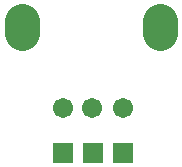
<source format=gbs>
G04 Layer: BottomSolderMaskLayer*
G04 EasyEDA v5.9.41, Sun, 10 Feb 2019 10:32:15 GMT*
G04 cdcd27f09c1f40c89954da788bb1a5b5*
G04 Gerber Generator version 0.2*
G04 Scale: 100 percent, Rotated: No, Reflected: No *
G04 Dimensions in millimeters *
G04 leading zeros omitted , absolute positions ,3 integer and 3 decimal *
%FSLAX33Y33*%
%MOMM*%
G90*
G71D02*

%ADD17C,3.003194*%
%ADD18R,1.703197X1.703197*%
%ADD19C,1.703197*%

%LPD*%
G54D17*
G01X13462Y12564D02*
G01X13462Y11565D01*
G01X1778Y12564D02*
G01X1778Y11565D01*
G54D18*
G01X10287Y1397D03*
G01X7747Y1397D03*
G01X5207Y1397D03*
G54D19*
G01X7739Y5190D03*
G01X5242Y5209D03*
G01X10331Y5209D03*
M00*
M02*

</source>
